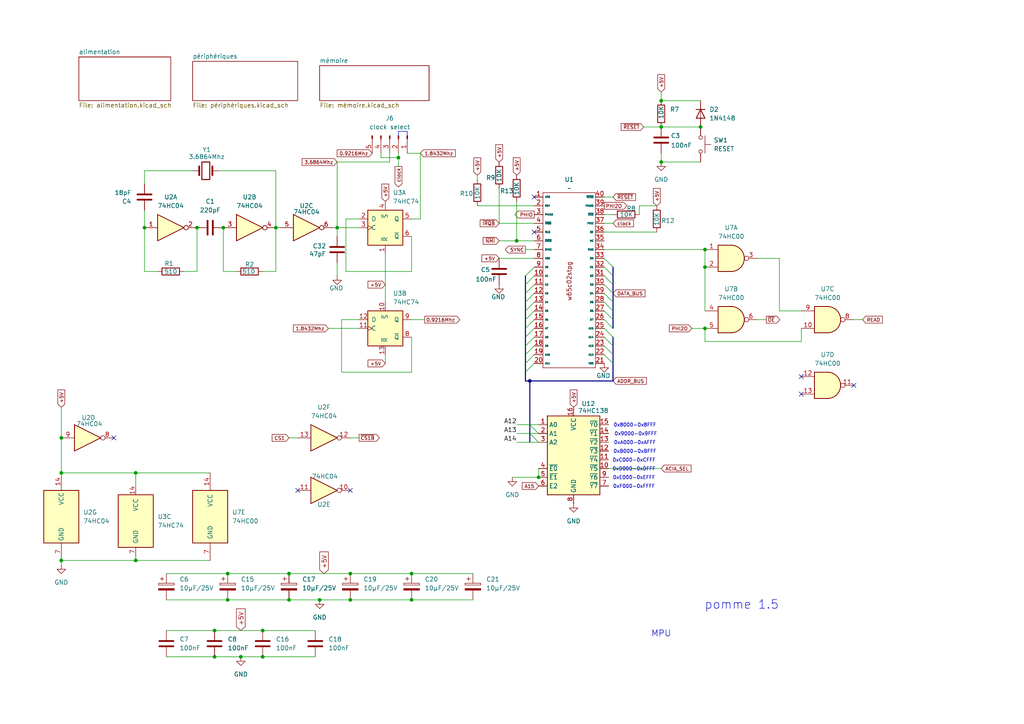
<source format=kicad_sch>
(kicad_sch (version 20231120) (generator "eeschema") (generator_version "8.0")
  (paper "A4")
  (lib_symbols
    (symbol "74xx:74HC00" (pin_names (offset 1.016))
      (property "Reference" "U" (at 0 1.27 0))
      (property "Value" "74HC00" (at 0 -1.27 0))
      (symbol "74HC00_1_1"
        (arc (start 0 -3.81) (mid 3.7934 0) (end 0 3.81) (stroke (width 0.254)) (fill (type background)))
        (polyline (pts (xy 0 3.81) (xy -3.81 3.81) (xy -3.81 -3.81) (xy 0 -3.81)) (stroke (width 0.254)) (fill (type background)))
        (pin input line (at -7.62 2.54 0) (length 3.81) (name "~") (number "1"))
        (pin input line (at -7.62 -2.54 0) (length 3.81) (name "~") (number "2"))
        (pin output inverted (at 7.62 0 180) (length 3.81) (name "~") (number "3"))
      )
      (symbol "74HC00_1_2"
        (arc (start -3.81 -3.81) (mid -2.589 0) (end -3.81 3.81) (stroke (width 0.254)))
        (arc (start -0.6096 -3.81) (mid 2.1842 -2.5851) (end 3.81 0) (stroke (width 0.254)) (fill (type background)))
        (polyline (pts (xy -3.81 -3.81) (xy -0.635 -3.81)) (stroke (width 0.254)) (fill (type background)))
        (polyline (pts (xy -3.81 3.81) (xy -0.635 3.81)) (stroke (width 0.254)) (fill (type background)))
        (polyline (pts (xy -0.635 3.81) (xy -3.81 3.81) (xy -3.81 3.81) (xy -3.556 3.4036) (xy -3.0226 2.2606) (xy -2.6924 1.0414) (xy -2.6162 -0.254) (xy -2.7686 -1.4986) (xy -3.175 -2.7178) (xy -3.81 -3.81) (xy -3.81 -3.81) (xy -0.635 -3.81)) (stroke (width -25.4)) (fill (type background)))
        (arc (start 3.81 0) (mid 2.1915 2.5936) (end -0.6096 3.81) (stroke (width 0.254)) (fill (type background)))
        (pin input inverted (at -7.62 2.54 0) (length 4.318) (name "~") (number "1"))
        (pin input inverted (at -7.62 -2.54 0) (length 4.318) (name "~") (number "2"))
        (pin output line (at 7.62 0 180) (length 3.81) (name "~") (number "3"))
      )
      (symbol "74HC00_2_1"
        (arc (start 0 -3.81) (mid 3.7934 0) (end 0 3.81) (stroke (width 0.254)) (fill (type background)))
        (polyline (pts (xy 0 3.81) (xy -3.81 3.81) (xy -3.81 -3.81) (xy 0 -3.81)) (stroke (width 0.254)) (fill (type background)))
        (pin input line (at -7.62 2.54 0) (length 3.81) (name "~") (number "4"))
        (pin input line (at -7.62 -2.54 0) (length 3.81) (name "~") (number "5"))
        (pin output inverted (at 7.62 0 180) (length 3.81) (name "~") (number "6"))
      )
      (symbol "74HC00_2_2"
        (arc (start -3.81 -3.81) (mid -2.589 0) (end -3.81 3.81) (stroke (width 0.254)))
        (arc (start -0.6096 -3.81) (mid 2.1842 -2.5851) (end 3.81 0) (stroke (width 0.254)) (fill (type background)))
        (polyline (pts (xy -3.81 -3.81) (xy -0.635 -3.81)) (stroke (width 0.254)) (fill (type background)))
        (polyline (pts (xy -3.81 3.81) (xy -0.635 3.81)) (stroke (width 0.254)) (fill (type background)))
        (polyline (pts (xy -0.635 3.81) (xy -3.81 3.81) (xy -3.81 3.81) (xy -3.556 3.4036) (xy -3.0226 2.2606) (xy -2.6924 1.0414) (xy -2.6162 -0.254) (xy -2.7686 -1.4986) (xy -3.175 -2.7178) (xy -3.81 -3.81) (xy -3.81 -3.81) (xy -0.635 -3.81)) (stroke (width -25.4)) (fill (type background)))
        (arc (start 3.81 0) (mid 2.1915 2.5936) (end -0.6096 3.81) (stroke (width 0.254)) (fill (type background)))
        (pin input inverted (at -7.62 2.54 0) (length 4.318) (name "~") (number "4"))
        (pin input inverted (at -7.62 -2.54 0) (length 4.318) (name "~") (number "5"))
        (pin output line (at 7.62 0 180) (length 3.81) (name "~") (number "6"))
      )
      (symbol "74HC00_3_1"
        (arc (start 0 -3.81) (mid 3.7934 0) (end 0 3.81) (stroke (width 0.254)) (fill (type background)))
        (polyline (pts (xy 0 3.81) (xy -3.81 3.81) (xy -3.81 -3.81) (xy 0 -3.81)) (stroke (width 0.254)) (fill (type background)))
        (pin input line (at -7.62 -2.54 0) (length 3.81) (name "~") (number "10"))
        (pin output inverted (at 7.62 0 180) (length 3.81) (name "~") (number "8"))
        (pin input line (at -7.62 2.54 0) (length 3.81) (name "~") (number "9"))
      )
      (symbol "74HC00_3_2"
        (arc (start -3.81 -3.81) (mid -2.589 0) (end -3.81 3.81) (stroke (width 0.254)))
        (arc (start -0.6096 -3.81) (mid 2.1842 -2.5851) (end 3.81 0) (stroke (width 0.254)) (fill (type background)))
        (polyline (pts (xy -3.81 -3.81) (xy -0.635 -3.81)) (stroke (width 0.254)) (fill (type background)))
        (polyline (pts (xy -3.81 3.81) (xy -0.635 3.81)) (stroke (width 0.254)) (fill (type background)))
        (polyline (pts (xy -0.635 3.81) (xy -3.81 3.81) (xy -3.81 3.81) (xy -3.556 3.4036) (xy -3.0226 2.2606) (xy -2.6924 1.0414) (xy -2.6162 -0.254) (xy -2.7686 -1.4986) (xy -3.175 -2.7178) (xy -3.81 -3.81) (xy -3.81 -3.81) (xy -0.635 -3.81)) (stroke (width -25.4)) (fill (type background)))
        (arc (start 3.81 0) (mid 2.1915 2.5936) (end -0.6096 3.81) (stroke (width 0.254)) (fill (type background)))
        (pin input inverted (at -7.62 -2.54 0) (length 4.318) (name "~") (number "10"))
        (pin output line (at 7.62 0 180) (length 3.81) (name "~") (number "8"))
        (pin input inverted (at -7.62 2.54 0) (length 4.318) (name "~") (number "9"))
      )
      (symbol "74HC00_4_1"
        (arc (start 0 -3.81) (mid 3.7934 0) (end 0 3.81) (stroke (width 0.254)) (fill (type background)))
        (polyline (pts (xy 0 3.81) (xy -3.81 3.81) (xy -3.81 -3.81) (xy 0 -3.81)) (stroke (width 0.254)) (fill (type background)))
        (pin output inverted (at 7.62 0 180) (length 3.81) (name "~") (number "11"))
        (pin input line (at -7.62 2.54 0) (length 3.81) (name "~") (number "12"))
        (pin input line (at -7.62 -2.54 0) (length 3.81) (name "~") (number "13"))
      )
      (symbol "74HC00_4_2"
        (arc (start -3.81 -3.81) (mid -2.589 0) (end -3.81 3.81) (stroke (width 0.254)))
        (arc (start -0.6096 -3.81) (mid 2.1842 -2.5851) (end 3.81 0) (stroke (width 0.254)) (fill (type background)))
        (polyline (pts (xy -3.81 -3.81) (xy -0.635 -3.81)) (stroke (width 0.254)) (fill (type background)))
        (polyline (pts (xy -3.81 3.81) (xy -0.635 3.81)) (stroke (width 0.254)) (fill (type background)))
        (polyline (pts (xy -0.635 3.81) (xy -3.81 3.81) (xy -3.81 3.81) (xy -3.556 3.4036) (xy -3.0226 2.2606) (xy -2.6924 1.0414) (xy -2.6162 -0.254) (xy -2.7686 -1.4986) (xy -3.175 -2.7178) (xy -3.81 -3.81) (xy -3.81 -3.81) (xy -0.635 -3.81)) (stroke (width -25.4)) (fill (type background)))
        (arc (start 3.81 0) (mid 2.1915 2.5936) (end -0.6096 3.81) (stroke (width 0.254)) (fill (type background)))
        (pin output line (at 7.62 0 180) (length 3.81) (name "~") (number "11"))
        (pin input inverted (at -7.62 2.54 0) (length 4.318) (name "~") (number "12"))
        (pin input inverted (at -7.62 -2.54 0) (length 4.318) (name "~") (number "13"))
      )
      (symbol "74HC00_5_0"
        (pin power_in line (at 0 12.7 270) (length 5.08) (name "VCC") (number "14"))
        (pin power_in line (at 0 -12.7 90) (length 5.08) (name "GND") (number "7"))
      )
      (symbol "74HC00_5_1"
        (rectangle (start -5.08 7.62) (end 5.08 -7.62) (stroke (width 0.254)) (fill (type background)))
      )
    )
    (symbol "74xx:74HC04"
      (property "Reference" "U" (at 0 1.27 0))
      (property "Value" "74HC04" (at 0 -1.27 0))
      (symbol "74HC04_1_0"
        (polyline (pts (xy -3.81 3.81) (xy -3.81 -3.81) (xy 3.81 0) (xy -3.81 3.81)) (stroke (width 0.254)) (fill (type background)))
        (pin input line (at -7.62 0 0) (length 3.81) (name "~") (number "1"))
        (pin output inverted (at 7.62 0 180) (length 3.81) (name "~") (number "2"))
      )
      (symbol "74HC04_2_0"
        (polyline (pts (xy -3.81 3.81) (xy -3.81 -3.81) (xy 3.81 0) (xy -3.81 3.81)) (stroke (width 0.254)) (fill (type background)))
        (pin input line (at -7.62 0 0) (length 3.81) (name "~") (number "3"))
        (pin output inverted (at 7.62 0 180) (length 3.81) (name "~") (number "4"))
      )
      (symbol "74HC04_3_0"
        (polyline (pts (xy -3.81 3.81) (xy -3.81 -3.81) (xy 3.81 0) (xy -3.81 3.81)) (stroke (width 0.254)) (fill (type background)))
        (pin input line (at -7.62 0 0) (length 3.81) (name "~") (number "5"))
        (pin output inverted (at 7.62 0 180) (length 3.81) (name "~") (number "6"))
      )
      (symbol "74HC04_4_0"
        (polyline (pts (xy -3.81 3.81) (xy -3.81 -3.81) (xy 3.81 0) (xy -3.81 3.81)) (stroke (width 0.254)) (fill (type background)))
        (pin output inverted (at 7.62 0 180) (length 3.81) (name "~") (number "8"))
        (pin input line (at -7.62 0 0) (length 3.81) (name "~") (number "9"))
      )
      (symbol "74HC04_5_0"
        (polyline (pts (xy -3.81 3.81) (xy -3.81 -3.81) (xy 3.81 0) (xy -3.81 3.81)) (stroke (width 0.254)) (fill (type background)))
        (pin output inverted (at 7.62 0 180) (length 3.81) (name "~") (number "10"))
        (pin input line (at -7.62 0 0) (length 3.81) (name "~") (number "11"))
      )
      (symbol "74HC04_6_0"
        (polyline (pts (xy -3.81 3.81) (xy -3.81 -3.81) (xy 3.81 0) (xy -3.81 3.81)) (stroke (width 0.254)) (fill (type background)))
        (pin output inverted (at 7.62 0 180) (length 3.81) (name "~") (number "12"))
        (pin input line (at -7.62 0 0) (length 3.81) (name "~") (number "13"))
      )
      (symbol "74HC04_7_0"
        (pin power_in line (at 0 12.7 270) (length 5.08) (name "VCC") (number "14"))
        (pin power_in line (at 0 -12.7 90) (length 5.08) (name "GND") (number "7"))
      )
      (symbol "74HC04_7_1"
        (rectangle (start -5.08 7.62) (end 5.08 -7.62) (stroke (width 0.254)) (fill (type background)))
      )
    )
    (symbol "74xx:74HC138"
      (property "Reference" "U" (at -7.62 13.97 0))
      (property "Value" "74HC138" (at 2.54 -11.43 0))
      (symbol "74HC138_0_1"
        (rectangle (start -7.62 12.7) (end 7.62 -10.16) (stroke (width 0.254)) (fill (type background)))
      )
      (symbol "74HC138_1_1"
        (pin input line (at -10.16 10.16 0) (length 2.54) (name "A0") (number "1"))
        (pin output line (at 10.16 -2.54 180) (length 2.54) (name "~{Y5}") (number "10"))
        (pin output line (at 10.16 0 180) (length 2.54) (name "~{Y4}") (number "11"))
        (pin output line (at 10.16 2.54 180) (length 2.54) (name "~{Y3}") (number "12"))
        (pin output line (at 10.16 5.08 180) (length 2.54) (name "~{Y2}") (number "13"))
        (pin output line (at 10.16 7.62 180) (length 2.54) (name "~{Y1}") (number "14"))
        (pin output line (at 10.16 10.16 180) (length 2.54) (name "~{Y0}") (number "15"))
        (pin power_in line (at 0 15.24 270) (length 2.54) (name "VCC") (number "16"))
        (pin input line (at -10.16 7.62 0) (length 2.54) (name "A1") (number "2"))
        (pin input line (at -10.16 5.08 0) (length 2.54) (name "A2") (number "3"))
        (pin input line (at -10.16 -2.54 0) (length 2.54) (name "~{E0}") (number "4"))
        (pin input line (at -10.16 -5.08 0) (length 2.54) (name "~{E1}") (number "5"))
        (pin input line (at -10.16 -7.62 0) (length 2.54) (name "E2") (number "6"))
        (pin output line (at 10.16 -7.62 180) (length 2.54) (name "~{Y7}") (number "7"))
        (pin power_in line (at 0 -12.7 90) (length 2.54) (name "GND") (number "8"))
        (pin output line (at 10.16 -5.08 180) (length 2.54) (name "~{Y6}") (number "9"))
      )
    )
    (symbol "74xx:74HC74" (pin_names (offset 1.016))
      (property "Reference" "U" (at -7.62 8.89 0))
      (property "Value" "74HC74" (at -7.62 -8.89 0))
      (symbol "74HC74_1_0"
        (pin input line (at 0 -7.62 90) (length 2.54) (name "~{R}") (number "1"))
        (pin input line (at -7.62 2.54 0) (length 2.54) (name "D") (number "2"))
        (pin input clock (at -7.62 0 0) (length 2.54) (name "C") (number "3"))
        (pin input line (at 0 7.62 270) (length 2.54) (name "~{S}") (number "4"))
        (pin output line (at 7.62 2.54 180) (length 2.54) (name "Q") (number "5"))
        (pin output line (at 7.62 -2.54 180) (length 2.54) (name "~{Q}") (number "6"))
      )
      (symbol "74HC74_1_1"
        (rectangle (start -5.08 5.08) (end 5.08 -5.08) (stroke (width 0.254)) (fill (type background)))
      )
      (symbol "74HC74_2_0"
        (pin input line (at 0 7.62 270) (length 2.54) (name "~{S}") (number "10"))
        (pin input clock (at -7.62 0 0) (length 2.54) (name "C") (number "11"))
        (pin input line (at -7.62 2.54 0) (length 2.54) (name "D") (number "12"))
        (pin input line (at 0 -7.62 90) (length 2.54) (name "~{R}") (number "13"))
        (pin output line (at 7.62 -2.54 180) (length 2.54) (name "~{Q}") (number "8"))
        (pin output line (at 7.62 2.54 180) (length 2.54) (name "Q") (number "9"))
      )
      (symbol "74HC74_2_1"
        (rectangle (start -5.08 5.08) (end 5.08 -5.08) (stroke (width 0.254)) (fill (type background)))
      )
      (symbol "74HC74_3_0"
        (pin power_in line (at 0 10.16 270) (length 2.54) (name "VCC") (number "14"))
        (pin power_in line (at 0 -10.16 90) (length 2.54) (name "GND") (number "7"))
      )
      (symbol "74HC74_3_1"
        (rectangle (start -5.08 7.62) (end 5.08 -7.62) (stroke (width 0.254)) (fill (type background)))
      )
    )
    (symbol "Connector:Conn_01x05_Pin" (pin_names (offset 1.016) hide)
      (property "Reference" "J" (at 0 7.62 0))
      (property "Value" "Conn_01x05_Pin" (at 0 -7.62 0))
      (symbol "Conn_01x05_Pin_1_1"
        (polyline (pts (xy 1.27 -5.08) (xy 0.8636 -5.08)) (stroke (width 0.1524)))
        (polyline (pts (xy 1.27 -2.54) (xy 0.8636 -2.54)) (stroke (width 0.1524)))
        (polyline (pts (xy 1.27 0) (xy 0.8636 0)) (stroke (width 0.1524)))
        (polyline (pts (xy 1.27 2.54) (xy 0.8636 2.54)) (stroke (width 0.1524)))
        (polyline (pts (xy 1.27 5.08) (xy 0.8636 5.08)) (stroke (width 0.1524)))
        (rectangle (start 0.8636 -4.953) (end 0 -5.207) (stroke (width 0.1524)) (fill (type outline)))
        (rectangle (start 0.8636 -2.413) (end 0 -2.667) (stroke (width 0.1524)) (fill (type outline)))
        (rectangle (start 0.8636 0.127) (end 0 -0.127) (stroke (width 0.1524)) (fill (type outline)))
        (rectangle (start 0.8636 2.667) (end 0 2.413) (stroke (width 0.1524)) (fill (type outline)))
        (rectangle (start 0.8636 5.207) (end 0 4.953) (stroke (width 0.1524)) (fill (type outline)))
        (pin passive line (at 5.08 5.08 180) (length 3.81) (name "Pin_1") (number "1"))
        (pin passive line (at 5.08 2.54 180) (length 3.81) (name "Pin_2") (number "2"))
        (pin passive line (at 5.08 0 180) (length 3.81) (name "Pin_3") (number "3"))
        (pin passive line (at 5.08 -2.54 180) (length 3.81) (name "Pin_4") (number "4"))
        (pin passive line (at 5.08 -5.08 180) (length 3.81) (name "Pin_5") (number "5"))
      )
    )
    (symbol "Device:C" (pin_numbers hide) (pin_names (offset 0.254))
      (property "Reference" "C" (at 0.635 2.54 0))
      (property "Value" "C" (at 0.635 -2.54 0))
      (symbol "C_0_1"
        (polyline (pts (xy -2.032 -0.762) (xy 2.032 -0.762)) (stroke (width 0.508)))
        (polyline (pts (xy -2.032 0.762) (xy 2.032 0.762)) (stroke (width 0.508)))
      )
      (symbol "C_1_1"
        (pin passive line (at 0 3.81 270) (length 2.794) (name "~") (number "1"))
        (pin passive line (at 0 -3.81 90) (length 2.794) (name "~") (number "2"))
      )
    )
    (symbol "Device:C_Polarized" (pin_numbers hide) (pin_names (offset 0.254))
      (property "Reference" "C" (at 0.635 2.54 0))
      (property "Value" "C_Polarized" (at 0.635 -2.54 0))
      (symbol "C_Polarized_0_1"
        (rectangle (start -2.286 0.508) (end 2.286 1.016))
        (polyline (pts (xy -1.778 2.286) (xy -0.762 2.286)))
        (polyline (pts (xy -1.27 2.794) (xy -1.27 1.778)))
        (rectangle (start 2.286 -0.508) (end -2.286 -1.016) (fill (type outline)))
      )
      (symbol "C_Polarized_1_1"
        (pin passive line (at 0 3.81 270) (length 2.794) (name "~") (number "1"))
        (pin passive line (at 0 -3.81 90) (length 2.794) (name "~") (number "2"))
      )
    )
    (symbol "Device:Crystal" (pin_numbers hide) (pin_names (offset 1.016) hide)
      (property "Reference" "Y" (at 0 3.81 0))
      (property "Value" "Crystal" (at 0 -3.81 0))
      (symbol "Crystal_0_1"
        (rectangle (start -1.143 2.54) (end 1.143 -2.54) (stroke (width 0.3048)))
        (polyline (pts (xy -2.54 0) (xy -1.905 0)))
        (polyline (pts (xy -1.905 -1.27) (xy -1.905 1.27)) (stroke (width 0.508)))
        (polyline (pts (xy 1.905 -1.27) (xy 1.905 1.27)) (stroke (width 0.508)))
        (polyline (pts (xy 2.54 0) (xy 1.905 0)))
      )
      (symbol "Crystal_1_1"
        (pin passive line (at -3.81 0 0) (length 1.27) (name "1") (number "1"))
        (pin passive line (at 3.81 0 180) (length 1.27) (name "2") (number "2"))
      )
    )
    (symbol "Device:R" (pin_numbers hide) (pin_names (offset 0))
      (property "Reference" "R" (at 2.032 0 90))
      (property "Value" "R" (at 0 0 90))
      (symbol "R_0_1"
        (rectangle (start -1.016 -2.54) (end 1.016 2.54) (stroke (width 0.254)))
      )
      (symbol "R_1_1"
        (pin passive line (at 0 3.81 270) (length 1.27) (name "~") (number "1"))
        (pin passive line (at 0 -3.81 90) (length 1.27) (name "~") (number "2"))
      )
    )
    (symbol "Diode:1N4148" (pin_numbers hide) (pin_names hide)
      (property "Reference" "D" (at 0 2.54 0))
      (property "Value" "1N4148" (at 0 -2.54 0))
      (symbol "1N4148_0_1"
        (polyline (pts (xy -1.27 1.27) (xy -1.27 -1.27)) (stroke (width 0.254)))
        (polyline (pts (xy 1.27 0) (xy -1.27 0)))
        (polyline (pts (xy 1.27 1.27) (xy 1.27 -1.27) (xy -1.27 0) (xy 1.27 1.27)) (stroke (width 0.254)))
      )
      (symbol "1N4148_1_1"
        (pin passive line (at -3.81 0 0) (length 2.54) (name "K") (number "1"))
        (pin passive line (at 3.81 0 180) (length 2.54) (name "A") (number "2"))
      )
    )
    (symbol "Switch:SW_MEC_5G" (pin_numbers hide) (pin_names (offset 1.016) hide)
      (property "Reference" "SW" (at 1.27 2.54 0))
      (property "Value" "SW_MEC_5G" (at 0 -1.524 0))
      (symbol "SW_MEC_5G_0_1"
        (circle (center -2.032 0) (radius 0.508))
        (polyline (pts (xy 0 1.27) (xy 0 3.048)))
        (polyline (pts (xy 2.54 1.27) (xy -2.54 1.27)))
        (circle (center 2.032 0) (radius 0.508))
        (pin passive line (at -5.08 0 0) (length 2.54) (name "A") (number "1"))
        (pin passive line (at 5.08 0 180) (length 2.54) (name "B") (number "3"))
      )
      (symbol "SW_MEC_5G_1_1"
        (pin passive line (at -5.08 0 0) (length 2.54) hide (name "A") (number "2"))
        (pin passive line (at 5.08 0 180) (length 2.54) hide (name "B") (number "4"))
      )
    )
    (symbol "W65Cxx:W65C02S6TPG"
      (property "Reference" "U" (at -0.762 26.67 0))
      (symbol "W65C02S6TPG_0_1"
        (rectangle (start -7.62 25.4) (end 7.62 -25.4))
      )
      (symbol "W65C02S6TPG_1_1"
        (text "w65c02stpg" (at 0 -0.254 900) (effects (font (size 1.27 1.27))))
        (pin output line (at -10.16 24.13 0) (length 2.54) (name "VPB") (number "1"))
        (pin output line (at -10.16 1.27 0) (length 2.54) (name "A1") (number "10"))
        (pin output line (at -10.16 -1.27 0) (length 2.54) (name "A2") (number "11"))
        (pin output line (at -10.16 -3.81 0) (length 2.54) (name "A3") (number "12"))
        (pin output line (at -10.16 -6.35 0) (length 2.54) (name "A4") (number "13"))
        (pin output line (at -10.16 -8.89 0) (length 2.54) (name "A5") (number "14"))
        (pin output line (at -10.16 -11.43 0) (length 2.54) (name "A6") (number "15"))
        (pin output line (at -10.16 -13.97 0) (length 2.54) (name "A7") (number "16"))
        (pin output line (at -10.16 -16.51 0) (length 2.54) (name "A8") (number "17"))
        (pin output line (at -10.16 -19.05 0) (length 2.54) (name "A9") (number "18"))
        (pin output line (at -10.16 -21.59 0) (length 2.54) (name "A10") (number "19"))
        (pin input line (at -10.16 21.59 0) (length 2.54) (name "RDY") (number "2"))
        (pin output line (at -10.16 -24.13 0) (length 2.54) (name "A11") (number "20"))
        (pin power_in line (at 10.16 -24.13 180) (length 2.54) (name "VSS") (number "21"))
        (pin output line (at 10.16 -21.59 180) (length 2.54) (name "A12") (number "22"))
        (pin output line (at 10.16 -19.05 180) (length 2.54) (name "A13") (number "23"))
        (pin output line (at 10.16 -16.51 180) (length 2.54) (name "A14") (number "24"))
        (pin output line (at 10.16 -13.97 180) (length 2.54) (name "A15") (number "25"))
        (pin bidirectional line (at 10.16 -11.43 180) (length 2.54) (name "D7") (number "26"))
        (pin bidirectional line (at 10.16 -8.89 180) (length 2.54) (name "D6") (number "27"))
        (pin bidirectional line (at 10.16 -6.35 180) (length 2.54) (name "D5") (number "28"))
        (pin bidirectional line (at 10.16 -3.81 180) (length 2.54) (name "D4") (number "29"))
        (pin output line (at -10.16 19.05 0) (length 2.54) (name "PHI1O") (number "3"))
        (pin bidirectional line (at 10.16 -1.27 180) (length 2.54) (name "D3") (number "30"))
        (pin bidirectional line (at 10.16 1.27 180) (length 2.54) (name "D2") (number "31"))
        (pin bidirectional line (at 10.16 3.81 180) (length 2.54) (name "D1") (number "32"))
        (pin bidirectional line (at 10.16 6.35 180) (length 2.54) (name "D0") (number "33"))
        (pin output line (at 10.16 8.89 180) (length 2.54) (name "RWB") (number "34"))
        (pin free line (at 10.16 11.43 180) (length 2.54) (name "NC") (number "35"))
        (pin input line (at 10.16 13.97 180) (length 2.54) (name "BE") (number "36"))
        (pin input line (at 10.16 16.51 180) (length 2.54) (name "PHI2") (number "37"))
        (pin input line (at 10.16 19.05 180) (length 2.54) (name "~{SOB}") (number "38"))
        (pin output line (at 10.16 21.59 180) (length 2.54) (name "PHI2O") (number "39"))
        (pin input line (at -10.16 16.51 0) (length 2.54) (name "~{IRQB}") (number "4"))
        (pin input line (at 10.16 24.13 180) (length 2.54) (name "~{RESB}") (number "40"))
        (pin output line (at -10.16 13.97 0) (length 2.54) (name "MLB") (number "5"))
        (pin input line (at -10.16 11.43 0) (length 2.54) (name "~{NMIB}") (number "6"))
        (pin output line (at -10.16 8.89 0) (length 2.54) (name "SYNC") (number "7"))
        (pin power_in line (at -10.16 6.35 0) (length 2.54) (name "VDD") (number "8"))
        (pin output line (at -10.16 3.81 0) (length 2.54) (name "A0") (number "9"))
      )
    )
    (symbol "power:GND" (power) (pin_numbers hide) (pin_names (offset 0) hide)
      (property "Value" "GND" (at 0 -3.81 0))
      (symbol "GND_0_1"
        (polyline (pts (xy 0 0) (xy 0 -1.27) (xy 1.27 -1.27) (xy 0 -2.54) (xy -1.27 -1.27) (xy 0 -1.27)))
      )
      (symbol "GND_1_1"
        (pin power_in line (at 0 0 270) (length 0) (name "~") (number "1"))
      )
    )
  )
  (junction (at 69.85 190.5))
  (junction (at 39.37 137.16))
  (junction (at 76.2 182.88))
  (junction (at 17.78 137.16))
  (junction (at 66.04 166.37))
  (junction (at 191.77 46.99))
  (junction (at 203.2 36.83))
  (junction (at 119.38 166.37))
  (junction (at 62.23 182.88))
  (junction (at 101.6 166.37))
  (junction (at 83.82 173.99))
  (junction (at 76.2 190.5))
  (junction (at 97.79 66.04))
  (junction (at 64.77 66.04))
  (junction (at 57.15 66.04))
  (junction (at 101.6 173.99))
  (junction (at 156.21 138.43))
  (junction (at 149.86 69.85))
  (junction (at 119.38 173.99))
  (junction (at 39.37 162.56))
  (junction (at 17.78 162.56))
  (junction (at 83.82 166.37))
  (junction (at 66.04 173.99))
  (junction (at 153.67 110.49))
  (junction (at 41.91 66.04))
  (junction (at 17.78 127))
  (junction (at 204.47 72.39))
  (junction (at 204.47 77.47))
  (junction (at 80.01 66.04))
  (junction (at 62.23 190.5))
  (junction (at 191.77 36.83))
  (junction (at 204.47 95.25))
  (junction (at 115.57 45.72))
  (junction (at 191.77 29.21))
  (junction (at 92.71 173.99))
  (no_connect (at 232.41 114.3))
  (no_connect (at 232.41 109.22))
  (no_connect (at 33.02 127))
  (no_connect (at 101.6 142.24))
  (no_connect (at 154.94 67.31))
  (no_connect (at 154.94 57.15))
  (no_connect (at 247.65 111.76))
  (no_connect (at 86.36 142.24))
  (bus_entry (at 175.26 80.01) (size 2.54 2.54))
  (bus_entry (at 154.94 87.63) (size -2.54 2.54))
  (bus_entry (at 175.26 92.71) (size 2.54 2.54))
  (bus_entry (at 154.94 97.79) (size -2.54 2.54))
  (bus_entry (at 175.26 102.87) (size 2.54 2.54))
  (bus_entry (at 154.94 77.47) (size -2.54 2.54))
  (bus_entry (at 154.94 92.71) (size -2.54 2.54))
  (bus_entry (at 153.67 123.19) (size 2.54 2.54))
  (bus_entry (at 154.94 102.87) (size -2.54 2.54))
  (bus_entry (at 154.94 95.25) (size -2.54 2.54))
  (bus_entry (at 154.94 80.01) (size -2.54 2.54))
  (bus_entry (at 154.94 100.33) (size -2.54 2.54))
  (bus_entry (at 154.94 82.55) (size -2.54 2.54))
  (bus_entry (at 154.94 85.09) (size -2.54 2.54))
  (bus_entry (at 175.26 85.09) (size 2.54 2.54))
  (bus_entry (at 154.94 105.41) (size -2.54 2.54))
  (bus_entry (at 175.26 74.93) (size 2.54 2.54))
  (bus_entry (at 175.26 82.55) (size 2.54 2.54))
  (bus_entry (at 175.26 90.17) (size 2.54 2.54))
  (bus_entry (at 154.94 90.17) (size -2.54 2.54))
  (bus_entry (at 175.26 97.79) (size 2.54 2.54))
  (bus_entry (at 175.26 77.47) (size 2.54 2.54))
  (bus_entry (at 175.26 95.25) (size 2.54 2.54))
  (bus_entry (at 175.26 87.63) (size 2.54 2.54))
  (bus_entry (at 175.26 100.33) (size 2.54 2.54))
  (bus_entry (at 153.67 125.73) (size 2.54 2.54))
  (wire (pts (xy 83.82 173.99) (xy 92.71 173.99)))
  (bus (pts (xy 153.67 110.49) (xy 152.4 110.49)))
  (wire (pts (xy 66.04 166.37) (xy 83.82 166.37)))
  (wire (pts (xy 191.77 36.83) (xy 203.2 36.83)))
  (wire (pts (xy 149.86 123.19) (xy 153.67 123.19)))
  (wire (pts (xy 119.38 166.37) (xy 137.16 166.37)))
  (wire (pts (xy 185.42 62.23) (xy 185.42 59.69)))
  (wire (pts (xy 53.34 78.74) (xy 57.15 78.74)))
  (wire (pts (xy 39.37 140.97) (xy 39.37 137.16)))
  (wire (pts (xy 138.43 50.8) (xy 138.43 52.07)))
  (wire (pts (xy 17.78 162.56) (xy 39.37 162.56)))
  (wire (pts (xy 97.79 66.04) (xy 97.79 68.58)))
  (bus (pts (xy 152.4 92.71) (xy 152.4 95.25)))
  (wire (pts (xy 63.5 49.53) (xy 80.01 49.53)))
  (wire (pts (xy 176.53 135.89) (xy 191.77 135.89)))
  (wire (pts (xy 119.38 63.5) (xy 121.92 63.5)))
  (bus (pts (xy 177.8 105.41) (xy 177.8 110.49)))
  (wire (pts (xy 39.37 162.56) (xy 39.37 161.29)))
  (wire (pts (xy 226.06 74.93) (xy 226.06 90.17)))
  (wire (pts (xy 219.71 92.71) (xy 222.25 92.71)))
  (wire (pts (xy 76.2 78.74) (xy 80.01 78.74)))
  (wire (pts (xy 232.41 99.06) (xy 232.41 95.25)))
  (wire (pts (xy 144.78 69.85) (xy 149.86 69.85)))
  (wire (pts (xy 95.25 95.25) (xy 104.14 95.25)))
  (wire (pts (xy 138.43 59.69) (xy 154.94 59.69)))
  (bus (pts (xy 152.4 90.17) (xy 152.4 92.71)))
  (wire (pts (xy 144.78 64.77) (xy 154.94 64.77)))
  (bus (pts (xy 153.67 110.49) (xy 153.67 123.19)))
  (wire (pts (xy 68.58 78.74) (xy 64.77 78.74)))
  (wire (pts (xy 175.26 64.77) (xy 177.8 64.77)))
  (wire (pts (xy 57.15 78.74) (xy 57.15 66.04)))
  (wire (pts (xy 66.04 173.99) (xy 83.82 173.99)))
  (wire (pts (xy 100.33 63.5) (xy 104.14 63.5)))
  (wire (pts (xy 119.38 173.99) (xy 137.16 173.99)))
  (bus (pts (xy 177.8 100.33) (xy 177.8 102.87)))
  (bus (pts (xy 152.4 80.01) (xy 152.4 82.55)))
  (wire (pts (xy 115.57 45.72) (xy 115.57 48.26)))
  (wire (pts (xy 204.47 72.39) (xy 204.47 77.47)))
  (wire (pts (xy 111.76 102.87) (xy 111.76 105.41)))
  (wire (pts (xy 97.79 76.2) (xy 97.79 80.01)))
  (wire (pts (xy 226.06 90.17) (xy 232.41 90.17)))
  (wire (pts (xy 119.38 97.79) (xy 119.38 107.95)))
  (wire (pts (xy 118.11 44.45) (xy 121.92 44.45)))
  (bus (pts (xy 177.8 82.55) (xy 177.8 85.09)))
  (wire (pts (xy 119.38 92.71) (xy 123.19 92.71)))
  (bus (pts (xy 152.4 87.63) (xy 152.4 90.17)))
  (wire (pts (xy 39.37 137.16) (xy 17.78 137.16)))
  (wire (pts (xy 99.06 92.71) (xy 104.14 92.71)))
  (bus (pts (xy 152.4 105.41) (xy 152.4 107.95)))
  (bus (pts (xy 177.8 110.49) (xy 153.67 110.49)))
  (bus (pts (xy 153.67 123.19) (xy 153.67 125.73)))
  (wire (pts (xy 83.82 166.37) (xy 101.6 166.37)))
  (wire (pts (xy 153.67 125.73) (xy 156.21 125.73)))
  (wire (pts (xy 80.01 49.53) (xy 80.01 66.04)))
  (bus (pts (xy 153.67 125.73) (xy 153.67 128.27)))
  (wire (pts (xy 62.23 182.88) (xy 76.2 182.88)))
  (wire (pts (xy 110.49 44.45) (xy 110.49 45.72)))
  (wire (pts (xy 17.78 118.11) (xy 17.78 127)))
  (wire (pts (xy 39.37 137.16) (xy 60.96 137.16)))
  (wire (pts (xy 144.78 74.93) (xy 154.94 74.93)))
  (wire (pts (xy 48.26 182.88) (xy 62.23 182.88)))
  (bus (pts (xy 177.8 97.79) (xy 177.8 100.33)))
  (wire (pts (xy 204.47 77.47) (xy 204.47 90.17)))
  (wire (pts (xy 186.69 36.83) (xy 191.77 36.83)))
  (wire (pts (xy 149.86 128.27) (xy 156.21 128.27)))
  (wire (pts (xy 149.86 125.73) (xy 153.67 125.73)))
  (wire (pts (xy 97.79 66.04) (xy 104.14 66.04)))
  (wire (pts (xy 175.26 67.31) (xy 190.5 67.31)))
  (bus (pts (xy 152.4 82.55) (xy 152.4 85.09)))
  (wire (pts (xy 17.78 162.56) (xy 17.78 163.83)))
  (wire (pts (xy 64.77 78.74) (xy 64.77 66.04)))
  (bus (pts (xy 152.4 102.87) (xy 152.4 105.41)))
  (polyline (pts (xy 115.57 38.1) (xy 118.11 38.1)))
  (wire (pts (xy 60.96 162.56) (xy 39.37 162.56)))
  (wire (pts (xy 97.79 46.99) (xy 97.79 66.04)))
  (wire (pts (xy 191.77 44.45) (xy 191.77 46.99)))
  (bus (pts (xy 177.8 85.09) (xy 177.8 87.63)))
  (wire (pts (xy 48.26 173.99) (xy 66.04 173.99)))
  (wire (pts (xy 175.26 62.23) (xy 177.8 62.23)))
  (wire (pts (xy 83.82 127) (xy 86.36 127)))
  (wire (pts (xy 41.91 78.74) (xy 41.91 66.04)))
  (bus (pts (xy 152.4 97.79) (xy 152.4 100.33)))
  (wire (pts (xy 152.4 72.39) (xy 154.94 72.39)))
  (wire (pts (xy 175.26 72.39) (xy 204.47 72.39)))
  (wire (pts (xy 113.03 46.99) (xy 97.79 46.99)))
  (bus (pts (xy 177.8 80.01) (xy 177.8 82.55)))
  (polyline (pts (xy 118.11 38.1) (xy 118.11 39.37)))
  (wire (pts (xy 76.2 190.5) (xy 91.44 190.5)))
  (wire (pts (xy 69.85 190.5) (xy 76.2 190.5)))
  (wire (pts (xy 41.91 60.96) (xy 41.91 66.04)))
  (wire (pts (xy 119.38 107.95) (xy 99.06 107.95)))
  (wire (pts (xy 101.6 173.99) (xy 119.38 173.99)))
  (wire (pts (xy 113.03 44.45) (xy 113.03 46.99)))
  (bus (pts (xy 152.4 85.09) (xy 152.4 87.63)))
  (wire (pts (xy 156.21 135.89) (xy 156.21 138.43)))
  (wire (pts (xy 41.91 49.53) (xy 41.91 53.34)))
  (wire (pts (xy 204.47 95.25) (xy 204.47 99.06)))
  (wire (pts (xy 76.2 182.88) (xy 91.44 182.88)))
  (wire (pts (xy 200.66 95.25) (xy 204.47 95.25)))
  (bus (pts (xy 152.4 95.25) (xy 152.4 97.79)))
  (wire (pts (xy 191.77 29.21) (xy 203.2 29.21)))
  (wire (pts (xy 99.06 107.95) (xy 99.06 92.71)))
  (wire (pts (xy 48.26 190.5) (xy 62.23 190.5)))
  (wire (pts (xy 149.86 69.85) (xy 154.94 69.85)))
  (wire (pts (xy 55.88 49.53) (xy 41.91 49.53)))
  (wire (pts (xy 80.01 78.74) (xy 80.01 66.04)))
  (wire (pts (xy 148.59 138.43) (xy 156.21 138.43)))
  (wire (pts (xy 96.52 66.04) (xy 97.79 66.04)))
  (bus (pts (xy 177.8 90.17) (xy 177.8 92.71)))
  (polyline (pts (xy 115.57 39.37) (xy 115.57 38.1)))
  (wire (pts (xy 191.77 46.99) (xy 203.2 46.99)))
  (wire (pts (xy 144.78 54.61) (xy 144.78 64.77)))
  (bus (pts (xy 177.8 102.87) (xy 177.8 105.41)))
  (wire (pts (xy 92.71 173.99) (xy 101.6 173.99)))
  (wire (pts (xy 45.72 78.74) (xy 41.91 78.74)))
  (wire (pts (xy 185.42 59.69) (xy 190.5 59.69)))
  (wire (pts (xy 101.6 166.37) (xy 119.38 166.37)))
  (wire (pts (xy 110.49 45.72) (xy 115.57 45.72)))
  (wire (pts (xy 191.77 26.67) (xy 191.77 29.21)))
  (wire (pts (xy 153.67 123.19) (xy 156.21 123.19)))
  (wire (pts (xy 115.57 44.45) (xy 115.57 45.72)))
  (wire (pts (xy 119.38 78.74) (xy 100.33 78.74)))
  (wire (pts (xy 121.92 44.45) (xy 121.92 63.5)))
  (wire (pts (xy 247.65 92.71) (xy 250.19 92.71)))
  (wire (pts (xy 48.26 166.37) (xy 66.04 166.37)))
  (wire (pts (xy 80.01 66.04) (xy 81.28 66.04)))
  (wire (pts (xy 62.23 190.5) (xy 69.85 190.5)))
  (wire (pts (xy 149.86 58.42) (xy 149.86 69.85)))
  (bus (pts (xy 177.8 92.71) (xy 177.8 95.25)))
  (wire (pts (xy 175.26 57.15) (xy 177.8 57.15)))
  (wire (pts (xy 17.78 127) (xy 17.78 137.16)))
  (wire (pts (xy 111.76 73.66) (xy 111.76 87.63)))
  (bus (pts (xy 152.4 107.95) (xy 152.4 110.49)))
  (wire (pts (xy 100.33 78.74) (xy 100.33 63.5)))
  (bus (pts (xy 152.4 100.33) (xy 152.4 102.87)))
  (bus (pts (xy 177.8 87.63) (xy 177.8 90.17)))
  (wire (pts (xy 119.38 68.58) (xy 119.38 78.74)))
  (wire (pts (xy 219.71 74.93) (xy 226.06 74.93)))
  (wire (pts (xy 101.6 127) (xy 104.14 127)))
  (wire (pts (xy 204.47 99.06) (xy 232.41 99.06)))
  (bus (pts (xy 177.8 77.47) (xy 177.8 80.01)))
  (text "0x9000-0x9FFF" (at 184.404 125.984 0) (effects (font (size 1.016 1.016))))
  (text "pomme 1.5" (at 215.138 175.514 0) (effects (font (size 2.54 2.54))))
  (text "0xF000-0xFFFF" (at 183.896 141.224 0) (effects (font (size 1.016 1.016))))
  (text "0xE000-0xEFFF" (at 183.896 138.684 0) (effects (font (size 1.016 1.016))))
  (text "0xD000-0xDFFF" (at 183.896 136.144 0) (effects (font (size 1.016 1.016))))
  (text "0xA000-0xAFFF" (at 184.15 128.524 0) (effects (font (size 1.016 1.016))))
  (text "0xB000-0xBFFF" (at 184.15 131.064 0) (effects (font (size 1.016 1.016))))
  (text "0x8000-0x8FFF" (at 184.15 123.444 0) (effects (font (size 1.016 1.016))))
  (text "MPU" (at 191.77 183.896 0) (effects (font (size 1.778 1.778))))
  (text "0xC000-0xCFFF" (at 183.896 133.604 0) (effects (font (size 1.016 1.016))))
  (label "A14" (at 149.86 128.27 180))
  (label "A12" (at 149.86 123.19 180))
  (label "A13" (at 149.86 125.73 180))
  (global_label "PHI2O" (shape input) (at 200.66 95.25 180) (effects (font (size 1.016 1.016))) (property "Intersheetrefs" "${INTERSHEET_REFS}" (effects (hide yes))))
  (global_label "~{NMI}" (shape input) (at 144.78 69.85 180) (effects (font (size 1.016 1.016))) (property "Intersheetrefs" "${INTERSHEET_REFS}" (effects (hide yes))))
  (global_label "~{IRQB}" (shape input) (at 144.78 64.77 180) (effects (font (size 1.016 1.016))) (property "Intersheetrefs" "${INTERSHEET_REFS}" (effects (hide yes))))
  (global_label "+5V" (shape input) (at 111.76 105.41 180) (effects (font (size 1.016 1.016))) (property "Intersheetrefs" "${INTERSHEET_REFS}" (effects (hide yes))))
  (global_label "+5V" (shape input) (at 149.86 50.8 90) (effects (font (size 1.016 1.016))) (property "Intersheetrefs" "${INTERSHEET_REFS}" (effects (hide yes))))
  (global_label "1.8432Mhz" (shape input) (at 95.25 95.25 180) (effects (font (size 1.016 1.016))) (property "Intersheetrefs" "${INTERSHEET_REFS}" (effects (hide yes))))
  (global_label "1.8432Mhz" (shape input) (at 121.92 44.45 0) (effects (font (size 1.016 1.016))) (property "Intersheetrefs" "${INTERSHEET_REFS}" (effects (hide yes))))
  (global_label "CS1" (shape input) (at 83.82 127 180) (effects (font (size 1.016 1.016))) (property "Intersheetrefs" "${INTERSHEET_REFS}" (effects (hide yes))))
  (global_label "+5V" (shape input) (at 138.43 50.8 90) (effects (font (size 1.016 1.016))) (property "Intersheetrefs" "${INTERSHEET_REFS}" (effects (hide yes))))
  (global_label "~{CS1B}" (shape output) (at 104.14 127 0) (effects (font (size 1.016 1.016))) (property "Intersheetrefs" "${INTERSHEET_REFS}" (effects (hide yes))))
  (global_label "~{OE}" (shape output) (at 222.25 92.71 0) (effects (font (size 1.016 1.016))) (property "Intersheetrefs" "${INTERSHEET_REFS}" (effects (hide yes))))
  (global_label "+5V" (shape input) (at 111.76 82.55 180) (effects (font (size 1.016 1.016))) (property "Intersheetrefs" "${INTERSHEET_REFS}" (effects (hide yes))))
  (global_label "+5V" (shape input) (at 144.78 46.99 90) (effects (font (size 1.016 1.016))) (property "Intersheetrefs" "${INTERSHEET_REFS}" (effects (hide yes))))
  (global_label "+5V" (shape input) (at 93.98 166.37 90) (property "Intersheetrefs" "${INTERSHEET_REFS}" (effects (hide yes))))
  (global_label "ADDR_BUS" (shape input) (at 177.8 110.49 0) (effects (font (size 1.016 1.016))) (property "Intersheetrefs" "${INTERSHEET_REFS}" (effects (hide yes))))
  (global_label "~{RESET}" (shape input) (at 186.69 36.83 180) (effects (font (size 1.016 1.016))) (property "Intersheetrefs" "${INTERSHEET_REFS}" (effects (hide yes))))
  (global_label "+5V" (shape input) (at 191.77 26.67 90) (effects (font (size 1.016 1.016))) (property "Intersheetrefs" "${INTERSHEET_REFS}" (effects (hide yes))))
  (global_label "ACIA_SEL" (shape input) (at 191.77 135.89 0) (effects (font (size 1.016 1.016))) (property "Intersheetrefs" "${INTERSHEET_REFS}" (effects (hide yes))))
  (global_label "~{RESET}" (shape input) (at 177.8 57.15 0) (effects (font (size 1.016 1.016))) (property "Intersheetrefs" "${INTERSHEET_REFS}" (effects (hide yes))))
  (global_label "DATA_BUS" (shape input) (at 177.8 85.09 0) (effects (font (size 1.016 1.016))) (property "Intersheetrefs" "${INTERSHEET_REFS}" (effects (hide yes))))
  (global_label "+5V" (shape input) (at 17.78 118.11 90) (effects (font (size 1.016 1.016))) (property "Intersheetrefs" "${INTERSHEET_REFS}" (effects (hide yes))))
  (global_label "READ" (shape input) (at 250.19 92.71 0) (effects (font (size 1.016 1.016))) (property "Intersheetrefs" "${INTERSHEET_REFS}" (effects (hide yes))))
  (global_label "+5V" (shape input) (at 190.5 59.69 90) (effects (font (size 1.016 1.016))) (property "Intersheetrefs" "${INTERSHEET_REFS}" (effects (hide yes))))
  (global_label "A15" (shape input) (at 156.21 140.97 180) (effects (font (size 1.016 1.016))) (property "Intersheetrefs" "${INTERSHEET_REFS}" (effects (hide yes))))
  (global_label "0.9216Mhz" (shape output) (at 123.19 92.71 0) (effects (font (size 1.016 1.016))) (property "Intersheetrefs" "${INTERSHEET_REFS}" (effects (hide yes))))
  (global_label "SYNC" (shape output) (at 152.4 72.39 180) (effects (font (size 1.016 1.016))) (property "Intersheetrefs" "${INTERSHEET_REFS}" (effects (hide yes))))
  (global_label "PHI2O" (shape output) (at 175.26 59.69 0) (effects (font (size 1.016 1.016))) (property "Intersheetrefs" "${INTERSHEET_REFS}" (effects (hide yes))))
  (global_label "clock" (shape output) (at 115.57 48.26 270) (effects (font (size 1.016 1.016))) (property "Intersheetrefs" "${INTERSHEET_REFS}" (effects (hide yes))))
  (global_label "PHIO" (shape output) (at 154.94 62.23 180) (effects (font (size 1.016 1.016))) (property "Intersheetrefs" "${INTERSHEET_REFS}" (effects (hide yes))))
  (global_label "+5V" (shape input) (at 69.85 182.88 90) (property "Intersheetrefs" "${INTERSHEET_REFS}" (effects (hide yes))))
  (global_label "0.9216Mhz" (shape input) (at 107.95 44.45 180) (effects (font (size 1.016 1.016))) (property "Intersheetrefs" "${INTERSHEET_REFS}" (effects (hide yes))))
  (global_label "+5V" (shape input) (at 166.37 118.11 90) (effects (font (size 1.016 1.016))) (property "Intersheetrefs" "${INTERSHEET_REFS}" (effects (hide yes))))
  (global_label "3.6864Mhz" (shape input) (at 97.79 46.99 180) (effects (font (size 1.016 1.016))) (property "Intersheetrefs" "${INTERSHEET_REFS}" (effects (hide yes))))
  (global_label "clock" (shape input) (at 177.8 64.77 0) (effects (font (size 1.016 1.016))) (property "Intersheetrefs" "${INTERSHEET_REFS}" (effects (hide yes))))
  (global_label "+5V" (shape input) (at 144.78 74.93 180) (effects (font (size 1.016 1.016))) (property "Intersheetrefs" "${INTERSHEET_REFS}" (effects (hide yes))))
  (global_label "+5V" (shape input) (at 111.76 58.42 90) (effects (font (size 1.016 1.016))) (property "Intersheetrefs" "${INTERSHEET_REFS}" (effects (hide yes))))
  (symbol (lib_id "Device:C") (at 41.91 57.15 0) (unit 1)
    (property "Reference" "C4" (at 38.1 58.4201 0) (effects (justify right)))
    (property "Value" "18pF" (at 38.1 55.8801 0) (effects (justify right)))
    (property "Description" "Unpolarized capacitor" (effects (hide yes)))
  )
  (symbol (lib_id "Device:C") (at 91.44 186.69 0) (unit 1)
    (property "Reference" "C18" (at 95.25 185.4199 0) (effects (justify left)))
    (property "Value" "100nF" (at 95.25 187.9599 0) (effects (justify left)))
    (property "Description" "Unpolarized capacitor" (effects (hide yes)))
  )
  (symbol (lib_id "Device:C") (at 97.79 72.39 180) (unit 1)
    (property "Reference" "C32" (at 90.678 71.374 0) (effects (justify right)))
    (property "Value" "47pF" (at 89.662 73.66 0) (effects (justify right)))
    (property "Description" "Unpolarized capacitor" (effects (hide yes)))
  )
  (symbol (lib_id "74xx:74HC04") (at 25.4 127 0) (unit 4)
    (property "Reference" "U2" (at 25.654 121.158 0))
    (property "Value" "74HC04" (at 25.908 122.936 0))
    (property "Datasheet" "https://assets.nexperia.com/documents/data-sheet/74HC_HCT04.pdf" (effects (hide yes)))
    (property "Description" "Hex Inverter" (effects (hide yes)))
  )
  (symbol (lib_id "74xx:74HC00") (at 212.09 92.71 0) (unit 2)
    (property "Reference" "U7" (at 212.0817 83.82 0))
    (property "Value" "74HC00" (at 212.0817 86.36 0))
    (property "Datasheet" "http://www.ti.com/lit/gpn/sn74hc00" (effects (hide yes)))
    (property "Description" "quad 2-input NAND gate" (effects (hide yes)))
  )
  (symbol (lib_id "74xx:74HC04") (at 17.78 149.86 0) (unit 7)
    (property "Reference" "U2" (at 24.13 148.5899 0) (effects (justify left)))
    (property "Value" "74HC04" (at 24.13 151.1299 0) (effects (justify left)))
    (property "Datasheet" "https://assets.nexperia.com/documents/data-sheet/74HC_HCT04.pdf" (effects (hide yes)))
    (property "Description" "Hex Inverter" (effects (hide yes)))
  )
  (symbol (lib_id "Device:R") (at 190.5 63.5 0) (unit 1)
    (property "Reference" "R12" (at 191.77 64.008 0) (effects (justify left)))
    (property "Value" "10K" (at 190.5 65.532 90) (effects (justify left)))
    (property "Description" "Resistor" (effects (hide yes)))
  )
  (symbol (lib_id "Device:C") (at 76.2 186.69 0) (unit 1)
    (property "Reference" "C16" (at 80.01 185.4199 0) (effects (justify left)))
    (property "Value" "100nF" (at 80.01 187.9599 0) (effects (justify left)))
    (property "Description" "Unpolarized capacitor" (effects (hide yes)))
  )
  (symbol (lib_id "Device:C_Polarized") (at 137.16 170.18 0) (unit 1)
    (property "Reference" "C21" (at 140.97 168.0209 0) (effects (justify left)))
    (property "Value" "10µF/25V" (at 140.97 170.5609 0) (effects (justify left)))
    (property "Description" "Polarized capacitor" (effects (hide yes)))
  )
  (symbol (lib_id "power:GND") (at 166.37 146.05 0) (unit 1)
    (property "Reference" "#PWR014" (effects (hide yes)))
    (property "Value" "GND" (at 166.37 151.13 0))
    (property "Description" "Power symbol creates a global label with name \"GND\" , ground" (effects (hide yes)))
  )
  (symbol (lib_id "Device:C") (at 62.23 186.69 0) (unit 1)
    (property "Reference" "C8" (at 66.04 185.4199 0) (effects (justify left)))
    (property "Value" "100nF" (at 66.04 187.9599 0) (effects (justify left)))
    (property "Description" "Unpolarized capacitor" (effects (hide yes)))
  )
  (symbol (lib_id "Device:C") (at 48.26 186.69 0) (unit 1)
    (property "Reference" "C7" (at 52.07 185.4199 0) (effects (justify left)))
    (property "Value" "100nF" (at 52.07 187.9599 0) (effects (justify left)))
    (property "Description" "Unpolarized capacitor" (effects (hide yes)))
  )
  (symbol (lib_id "74xx:74HC04") (at 88.9 66.04 0) (unit 3)
    (property "Reference" "U2" (at 88.9 59.69 0))
    (property "Value" "74HC04" (at 88.9 61.468 0))
    (property "Datasheet" "https://assets.nexperia.com/documents/data-sheet/74HC_HCT04.pdf" (effects (hide yes)))
    (property "Description" "Hex Inverter" (effects (hide yes)))
  )
  (symbol (lib_id "74xx:74HC00") (at 240.03 111.76 0) (unit 4)
    (property "Reference" "U7" (at 240.0217 102.87 0))
    (property "Value" "74HC00" (at 240.0217 105.41 0))
    (property "Datasheet" "http://www.ti.com/lit/gpn/sn74hc00" (effects (hide yes)))
    (property "Description" "quad 2-input NAND gate" (effects (hide yes)))
  )
  (symbol (lib_id "power:GND") (at 144.78 82.55 0) (unit 1)
    (property "Reference" "#PWR016" (effects (hide yes)))
    (property "Value" "GND" (at 144.526 86.106 0))
    (property "Description" "Power symbol creates a global label with name \"GND\" , ground" (effects (hide yes)))
  )
  (symbol (lib_id "Device:R") (at 191.77 33.02 0) (unit 1)
    (property "Reference" "R7" (at 194.31 31.7499 0) (effects (justify left)))
    (property "Value" "10K" (at 191.77 34.544 90) (effects (justify left)))
    (property "Description" "Resistor" (effects (hide yes)))
  )
  (symbol (lib_id "power:GND") (at 97.79 80.01 0) (unit 1)
    (property "Reference" "#PWR04" (effects (hide yes)))
    (property "Value" "GND" (at 97.536 83.566 0))
    (property "Description" "Power symbol creates a global label with name \"GND\" , ground" (effects (hide yes)))
  )
  (symbol (lib_id "Diode:1N4148") (at 203.2 33.02 270) (unit 1)
    (property "Reference" "D2" (at 205.74 31.7499 90) (effects (justify left)))
    (property "Value" "1N4148" (at 205.74 34.2899 90) (effects (justify left)))
    (property "Footprint" "Diode_THT:D_DO-35_SOD27_P7.62mm_Horizontal" (effects (hide yes)))
    (property "Datasheet" "https://assets.nexperia.com/documents/data-sheet/1N4148_1N4448.pdf" (effects (hide yes)))
    (property "Description" "100V 0.15A standard switching diode, DO-35" (effects (hide yes)))
    (property "Sim.Device" "D" (effects (hide yes)))
    (property "Sim.Pins" "1=K 2=A" (effects (hide yes)))
  )
  (symbol (lib_id "Device:R") (at 149.86 54.61 0) (unit 1)
    (property "Reference" "R13" (at 145.034 55.372 0) (effects (justify left)))
    (property "Value" "10K" (at 149.86 56.642 90) (effects (justify left)))
    (property "Description" "Resistor" (effects (hide yes)))
  )
  (symbol (lib_id "74xx:74HC00") (at 212.09 74.93 0) (unit 1)
    (property "Reference" "U7" (at 212.0817 66.04 0))
    (property "Value" "74HC00" (at 212.0817 68.58 0))
    (property "Datasheet" "http://www.ti.com/lit/gpn/sn74hc00" (effects (hide yes)))
    (property "Description" "quad 2-input NAND gate" (effects (hide yes)))
  )
  (symbol (lib_id "W65Cxx:W65C02S6TPG") (at 165.1 81.28 0) (unit 1)
    (property "Reference" "U1" (at 165.1 52.07 0))
    (property "Value" "~" (at 165.1 54.61 0))
  )
  (symbol (lib_id "Device:C") (at 60.96 66.04 90) (unit 1)
    (property "Reference" "C1" (at 60.96 58.42 90))
    (property "Value" "220pF" (at 60.96 60.96 90))
    (property "Description" "Unpolarized capacitor" (effects (hide yes)))
  )
  (symbol (lib_id "74xx:74HC04") (at 93.98 142.24 0) (unit 5)
    (property "Reference" "U2" (at 93.98 146.304 0))
    (property "Value" "74HC04" (at 94.234 138.176 0))
    (property "Datasheet" "https://assets.nexperia.com/documents/data-sheet/74HC_HCT04.pdf" (effects (hide yes)))
    (property "Description" "Hex Inverter" (effects (hide yes)))
  )
  (symbol (lib_id "Device:C") (at 144.78 78.74 0) (unit 1)
    (property "Reference" "C5" (at 139.446 78.232 0) (effects (justify left)))
    (property "Value" "100nF" (at 137.922 81.026 0) (effects (justify left)))
    (property "Description" "Unpolarized capacitor" (effects (hide yes)))
  )
  (symbol (lib_id "Switch:SW_MEC_5G") (at 203.2 41.91 270) (unit 1)
    (property "Reference" "SW1" (at 207.01 40.6399 90) (effects (justify left)))
    (property "Value" "RESET" (at 207.01 43.1799 90) (effects (justify left)))
    (property "Datasheet" "http://www.apem.com/int/index.php?controller=attachment&id_attachment=488" (effects (hide yes)))
    (property "Description" "MEC 5G single pole normally-open tactile switch" (effects (hide yes)))
  )
  (symbol (lib_id "Device:R") (at 181.61 62.23 90) (unit 1)
    (property "Reference" "R8" (at 184.404 60.452 90) (effects (justify left)))
    (property "Value" "10K" (at 183.642 62.23 90) (effects (justify left)))
    (property "Description" "Resistor" (effects (hide yes)))
  )
  (symbol (lib_id "power:GND") (at 17.78 163.83 0) (unit 1)
    (property "Reference" "#PWR05" (effects (hide yes)))
    (property "Value" "GND" (at 17.78 168.91 0))
    (property "Description" "Power symbol creates a global label with name \"GND\" , ground" (effects (hide yes)))
  )
  (symbol (lib_id "74xx:74HC00") (at 60.96 149.86 0) (unit 5)
    (property "Reference" "U7" (at 67.31 148.5899 0) (effects (justify left)))
    (property "Value" "74HC00" (at 67.31 151.1299 0) (effects (justify left)))
    (property "Datasheet" "http://www.ti.com/lit/gpn/sn74hc00" (effects (hide yes)))
    (property "Description" "quad 2-input NAND gate" (effects (hide yes)))
  )
  (symbol (lib_id "74xx:74HC04") (at 72.39 66.04 0) (unit 2)
    (property "Reference" "U2" (at 72.39 57.15 0))
    (property "Value" "74HC04" (at 72.39 59.69 0))
    (property "Datasheet" "https://assets.nexperia.com/documents/data-sheet/74HC_HCT04.pdf" (effects (hide yes)))
    (property "Description" "Hex Inverter" (effects (hide yes)))
  )
  (symbol (lib_id "power:GND") (at 69.85 190.5 0) (unit 1)
    (property "Reference" "#PWR017" (effects (hide yes)))
    (property "Value" "GND" (at 69.85 195.58 0))
    (property "Description" "Power symbol creates a global label with name \"GND\" , ground" (effects (hide yes)))
  )
  (symbol (lib_id "Device:Crystal") (at 59.69 49.53 0) (unit 1)
    (property "Reference" "Y1" (at 59.944 43.434 0))
    (property "Value" "3.6864Mhz" (at 59.944 45.466 0))
    (property "Datasheet" "Citizen crystal HC-49/U-S3686400ABJB" (effects (hide yes)))
    (property "Description" "Two pin crystal" (effects (hide yes)))
  )
  (symbol (lib_id "Connector:Conn_01x05_Pin") (at 113.03 39.37 270) (unit 1)
    (property "Reference" "J6" (at 113.03 34.29 90))
    (property "Value" "clock select" (at 113.03 36.83 90))
    (property "Description" "Generic connector, single row, 01x05, script generated" (effects (hide yes)))
  )
  (symbol (lib_id "Device:C_Polarized") (at 119.38 170.18 0) (unit 1)
    (property "Reference" "C20" (at 123.19 168.0209 0) (effects (justify left)))
    (property "Value" "10µF/25V" (at 123.19 170.5609 0) (effects (justify left)))
    (property "Description" "Polarized capacitor" (effects (hide yes)))
  )
  (symbol (lib_id "74xx:74HC74") (at 111.76 95.25 0) (unit 2)
    (property "Reference" "U3" (at 113.9541 85.09 0) (effects (justify left)))
    (property "Value" "74HC74" (at 113.9541 87.63 0) (effects (justify left)))
    (property "Datasheet" "74xx/74hc_hct74.pdf" (effects (hide yes)))
    (property "Description" "Dual D Flip-flop, Set & Reset" (effects (hide yes)))
  )
  (symbol (lib_id "Device:R") (at 144.78 50.8 0) (unit 1)
    (property "Reference" "R9" (at 140.97 51.562 0) (effects (justify left)))
    (property "Value" "10K" (at 144.78 52.832 90) (effects (justify left)))
    (property "Description" "Resistor" (effects (hide yes)))
  )
  (symbol (lib_id "Device:C") (at 191.77 40.64 0) (unit 1)
    (property "Reference" "C3" (at 194.564 39.37 0) (effects (justify left)))
    (property "Value" "100nF" (at 194.564 42.164 0) (effects (justify left)))
    (property "Description" "Unpolarized capacitor" (effects (hide yes)))
  )
  (symbol (lib_id "74xx:74HC74") (at 111.76 66.04 0) (unit 1)
    (property "Reference" "U3" (at 113.9541 55.88 0) (effects (justify left)))
    (property "Value" "74HC74" (at 113.9541 58.42 0) (effects (justify left)))
    (property "Datasheet" "74xx/74hc_hct74.pdf" (effects (hide yes)))
    (property "Description" "Dual D Flip-flop, Set & Reset" (effects (hide yes)))
  )
  (symbol (lib_id "74xx:74HC74") (at 39.37 151.13 0) (unit 3)
    (property "Reference" "U3" (at 45.72 149.8599 0) (effects (justify left)))
    (property "Value" "74HC74" (at 45.72 152.3999 0) (effects (justify left)))
    (property "Datasheet" "74xx/74hc_hct74.pdf" (effects (hide yes)))
    (property "Description" "Dual D Flip-flop, Set & Reset" (effects (hide yes)))
  )
  (symbol (lib_id "74xx:74HC00") (at 240.03 92.71 0) (unit 3)
    (property "Reference" "U7" (at 240.0217 83.82 0))
    (property "Value" "74HC00" (at 240.0217 86.36 0))
    (property "Datasheet" "http://www.ti.com/lit/gpn/sn74hc00" (effects (hide yes)))
    (property "Description" "quad 2-input NAND gate" (effects (hide yes)))
  )
  (symbol (lib_id "74xx:74HC04") (at 49.53 66.04 0) (unit 1)
    (property "Reference" "U2" (at 49.53 57.15 0))
    (property "Value" "74HC04" (at 49.53 59.69 0))
    (property "Datasheet" "https://assets.nexperia.com/documents/data-sheet/74HC_HCT04.pdf" (effects (hide yes)))
    (property "Description" "Hex Inverter" (effects (hide yes)))
  )
  (symbol (lib_id "Device:R") (at 72.39 78.74 90) (unit 1)
    (property "Reference" "R2" (at 72.39 76.708 90))
    (property "Value" "510" (at 72.136 78.74 90))
    (property "Description" "Resistor" (effects (hide yes)))
  )
  (symbol (lib_id "74xx:74HC138") (at 166.37 133.35 0) (unit 1)
    (property "Reference" "U12" (at 168.656 117.094 0) (effects (justify left)))
    (property "Value" "74HC138" (at 167.64 119.126 0) (effects (justify left)))
    (property "Datasheet" "http://www.ti.com/lit/ds/symlink/cd74hc238.pdf" (effects (hide yes)))
    (property "Description" "3-to-8 line decoder/multiplexer inverting, DIP-16/SOIC-16/SSOP-16" (effects (hide yes)))
  )
  (symbol (lib_id "Device:C_Polarized") (at 101.6 170.18 0) (unit 1)
    (property "Reference" "C19" (at 105.41 168.0209 0) (effects (justify left)))
    (property "Value" "10µF/25V" (at 105.41 170.5609 0) (effects (justify left)))
    (property "Description" "Polarized capacitor" (effects (hide yes)))
  )
  (symbol (lib_id "power:GND") (at 175.26 105.41 0) (unit 1)
    (property "Reference" "#PWR015" (effects (hide yes)))
    (property "Value" "GND" (at 175.006 108.966 0))
    (property "Description" "Power symbol creates a global label with name \"GND\" , ground" (effects (hide yes)))
  )
  (symbol (lib_id "Device:C_Polarized") (at 83.82 170.18 0) (unit 1)
    (property "Reference" "C17" (at 87.63 168.0209 0) (effects (justify left)))
    (property "Value" "10µF/25V" (at 87.63 170.5609 0) (effects (justify left)))
    (property "Description" "Polarized capacitor" (effects (hide yes)))
  )
  (symbol (lib_id "power:GND") (at 148.59 138.43 0) (unit 1)
    (property "Reference" "#PWR07" (effects (hide yes)))
    (property "Value" "GND" (at 148.59 143.51 0))
    (property "Description" "Power symbol creates a global label with name \"GND\" , ground" (effects (hide yes)))
  )
  (symbol (lib_id "Device:R") (at 138.43 55.88 0) (unit 1)
    (property "Reference" "R10" (at 133.35 56.134 0) (effects (justify left)))
    (property "Value" "10K" (at 138.43 57.912 90) (effects (justify left)))
    (property "Description" "Resistor" (effects (hide yes)))
  )
  (symbol (lib_id "Device:R") (at 49.53 78.74 90) (unit 1)
    (property "Reference" "R1" (at 49.022 76.454 90))
    (property "Value" "510" (at 49.53 78.74 90))
    (property "Description" "Resistor" (effects (hide yes)))
  )
  (symbol (lib_id "power:GND") (at 191.77 46.99 0) (unit 1)
    (property "Reference" "#PWR010" (effects (hide yes)))
    (property "Value" "GND" (at 191.77 52.07 0))
    (property "Description" "Power symbol creates a global label with name \"GND\" , ground" (effects (hide yes)))
  )
  (symbol (lib_id "Device:C_Polarized") (at 48.26 170.18 0) (unit 1)
    (property "Reference" "C6" (at 52.07 168.0209 0) (effects (justify left)))
    (property "Value" "10µF/25V" (at 52.07 170.5609 0) (effects (justify left)))
    (property "Description" "Polarized capacitor" (effects (hide yes)))
  )
  (symbol (lib_id "Device:C_Polarized") (at 66.04 170.18 0) (unit 1)
    (property "Reference" "C15" (at 69.85 168.0209 0) (effects (justify left)))
    (property "Value" "10µF/25V" (at 69.85 170.5609 0) (effects (justify left)))
    (property "Description" "Polarized capacitor" (effects (hide yes)))
  )
  (symbol (lib_id "power:GND") (at 92.71 173.99 0) (unit 1)
    (property "Reference" "#PWR018" (effects (hide yes)))
    (property "Value" "GND" (at 92.71 179.07 0))
    (property "Description" "Power symbol creates a global label with name \"GND\" , ground" (effects (hide yes)))
  )
  (symbol (lib_id "74xx:74HC04") (at 93.98 127 0) (unit 6)
    (property "Reference" "U2" (at 93.98 118.11 0))
    (property "Value" "74HC04" (at 93.98 120.65 0))
    (property "Datasheet" "https://assets.nexperia.com/documents/data-sheet/74HC_HCT04.pdf" (effects (hide yes)))
    (property "Description" "Hex Inverter" (effects (hide yes)))
  )
  (sheet (at 22.86 16.51) (size 26.67 12.7) (stroke (width 0.1524))
    (property "Sheetname" "alimentation" (at 22.86 15.7984 0) (effects (justify left bottom)))
    (property "Sheetfile" "alimentation.kicad_sch" (at 22.86 29.7946 0) (effects (justify left top)))
  )
  (sheet (at 92.71 19.05) (size 31.75 10.16) (stroke (width 0.1524))
    (property "Sheetname" "mémoire" (at 92.71 18.3384 0) (effects (justify left bottom)))
    (property "Sheetfile" "mémoire.kicad_sch" (at 92.71 29.7946 0) (effects (justify left top)))
  )
  (sheet (at 55.88 17.78) (size 30.48 11.43) (stroke (width 0.1524))
    (property "Sheetname" "périphériques" (at 55.88 17.0684 0) (effects (justify left bottom)))
    (property "Sheetfile" "périphériques.kicad_sch" (at 55.88 29.7946 0) (effects (justify left top)))
  )
)
</source>
